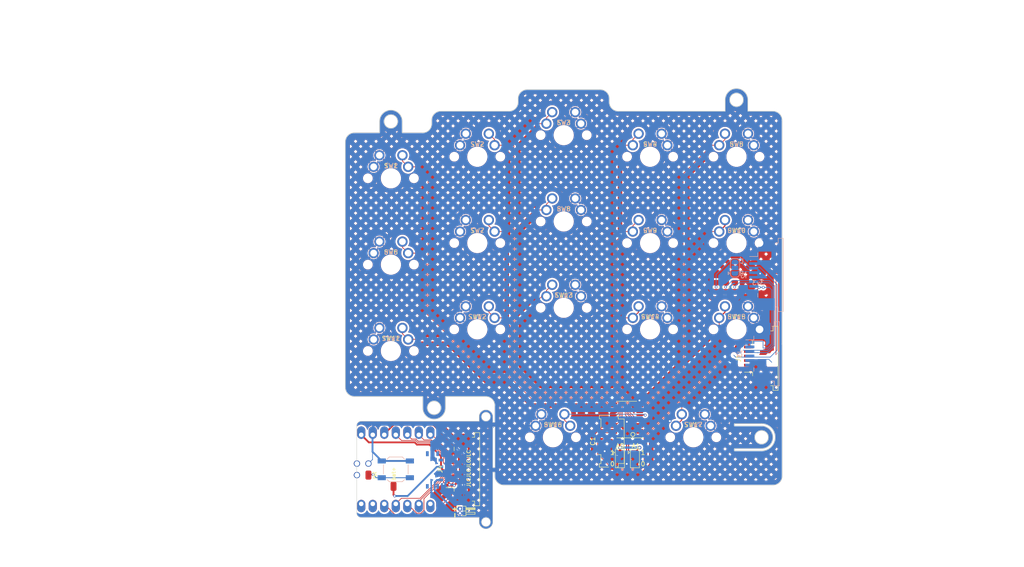
<source format=kicad_pcb>
(kicad_pcb (version 20221018) (generator pcbnew)
  (layers (0 "F.Cu" signal) (31 "B.Cu" signal) (34 "B.Paste" user) (35 "F.Paste" user) (36 "B.SilkS" user "B.Silkscreen") (37 "F.SilkS" user "F.Silkscreen") (38 "B.Mask" user) (39 "F.Mask" user) (44 "Edge.Cuts" user))
  (net 0 "")
  (net 1 "+3V3")
  (net 2 "GND")
  (net 3 "SDA")
  (net 4 "SCL")
  (net 5 "ADDR0")
  (net 6 "ADDR1")
  (net 7 "SW1")
  (net 8 "SW2")
  (net 9 "SW3")
  (net 10 "SW4")
  (net 11 "SW5")
  (net 12 "SW6")
  (net 13 "SW7")
  (net 14 "SW8")
  (net 15 "SW9")
  (net 16 "SW10")
  (net 17 "SW11")
  (net 18 "SW12")
  (net 19 "SW13")
  (net 20 "SW14")
  (net 21 "SW15")
  (net 22 "SW16")
  (net 23 "BAT+")
  (net 24 "+5V")
  (net 25 "SW17_L")
  (net 27 "RGB")
  (net 30 "/key_matrix/SW17")
  (net 31 "MOSI")
  (net 32 "GPIO_AD")
  (net 33 "RESET")
  (net 34 "MCU_BAT+")
  (net 35 "IO_INT")
  (net 36 "MISO")
  (net 37 "SCLK")
  (net 41 "SW17_R")
  (net 42 "SPI_CS")
  (footprint "Resistor_SMD:R_0805_2012Metric_Pad1.20x1.40mm_HandSolder" (layer "F.Cu") (at 190.12 91.42 -90)
    (fp_text reference "R2" hide)
    (fp_text value "4K7")
  )
  (footprint "keyswitches:SW_MX_reversible" (layer "F.Cu") (at 152.0088 124.5275)
    (fp_text reference "SW16")
    (fp_text value "SW_SPST")
  )
  (footprint "keyswitches:SW_MX_reversible" (layer "F.Cu") (at 192.49 100.715)
    (fp_text reference "SW15")
    (fp_text value "SW_SPST")
  )
  (footprint "keyswitches:SW_MX_reversible" (layer "F.Cu") (at 116.29 67.3775)
    (fp_text reference "SW1")
    (fp_text value "SW_SPST")
  )
  (footprint "Jumper:SolderJumper-3_P1.3mm_Open_Pad1.0x1.5mm" (layer "F.Cu") (at 166.79 129.2 -90)
    (fp_text reference "JP1" hide)
    (fp_text value "Jumper_3_Open")
  )
  (footprint "keyswitches:SW_MX_reversible" (layer "F.Cu") (at 135.34 81.665)
    (fp_text reference "SW7")
    (fp_text value "SW_SPST")
  )
  (footprint "Package_SO:TSSOP-24_4.4x7.8mm_P0.65mm" (layer "F.Cu") (at 168.29 120.615 180)
    (fp_text reference "U1" hide)
    (fp_text value "TCA9555PWR")
  )
  (footprint "Resistor_SMD:R_0805_2012Metric_Pad1.20x1.40mm_HandSolder" (layer "F.Cu") (at 188.01 91.41 -90)
    (fp_text reference "R3" hide)
    (fp_text value "10K")
  )
  (footprint "keyswitches:SW_MX_reversible" (layer "F.Cu") (at 173.44 62.615)
    (fp_text reference "SW4")
    (fp_text value "SW_SPST")
  )
  (footprint "keyswitches:SW_MX_reversible" (layer "F.Cu") (at 135.34 100.715)
    (fp_text reference "SW12")
    (fp_text value "SW_SPST")
  )
  (footprint "Connector_FFC-FPC:TE_84952-6_1x06-1MP_P1.0mm_Horizontal" (layer "F.Cu") (at 196.95 107.1 90)
    (fp_text reference "J1")
    (fp_text value "Conn_01x06")
  )
  (footprint "mcu:xiao-ble-tht-bodge" (layer "F.Cu") (at 117.367369 131.600635 90)
    (fp_text reference "U2" hide)
    (fp_text value "xiao-ble" hide)
  )
  (footprint "keyswitches:SW_MX_reversible" (layer "F.Cu") (at 154.39 76.9025)
    (fp_text reference "SW8")
    (fp_text value "SW_SPST")
  )
  (footprint "Connector_FFC-FPC:TE_84952-8_1x08-1MP_P1.0mm_Horizontal" (layer "F.Cu") (at 131.137369 131.570634 90)
    (fp_text reference "J4")
    (fp_text value "Conn_01x08")
  )
  (footprint "Jumper:SolderJumper-3_P1.3mm_Open_Pad1.0x1.5mm" (layer "F.Cu") (at 170.09 129.2 -90)
    (fp_text reference "JP2" hide)
    (fp_text value "Jumper_3_Open")
  )
  (footprint "Connector_FFC-FPC:Molex_200528-0060_1x06-1MP_P1.00mm_Horizontal" (layer "F.Cu") (at 163.42 125.4 90)
    (fp_text reference "C1")
    (fp_text value "0.1u")
  )
  (footprint "Resistor_SMD:R_0805_2012Metric_Pad1.20x1.40mm_HandSolder" (layer "F.Cu") (at 192.11 91.41 -90)
    (fp_text reference "R1" hide)
    (fp_text value "4K7")
  )
  (footprint "keyswitches:SW_MX_reversible" (layer "F.Cu") (at 154.39 57.8525)
    (fp_text reference "SW3")
    (fp_text value "SW_SPST")
  )
  (footprint "keyswitches:SW_MX_reversible" (layer "F.Cu") (at 116.29 105.4775)
    (fp_text reference "SW11")
    (fp_text value "SW_SPST")
  )
  (footprint "keyswitches:SW_MX_reversible" (layer "F.Cu") (at 116.29 86.4275)
    (fp_text reference "SW6")
    (fp_text value "SW_SPST")
  )
  (footprint "keyswitches:SW_MX_reversible" (layer "F.Cu") (at 173.44 81.665)
    (fp_text reference "SW9")
    (fp_text value "SW_SPST")
  )
  (footprint "keyswitches:SW_MX_reversible" (layer "F.Cu") (at 173.44 100.715)
    (fp_text reference "SW14")
    (fp_text value "SW_SPST")
  )
  (footprint "Connector_PinHeader_1.00mm:PinHeader_1x02_P1.00mm_Horizontal" (layer "F.Cu") (at 131.523797 140.291635)
    (fp_text reference "J5" hide)
    (fp_text value "Conn_01x02")
  )
  (footprint "keyswitches:SW_MX_reversible" (layer "F.Cu") (at 182.965 124.5275)
    (fp_text reference "SW17")
    (fp_text value "SW_SPST")
  )
  (footprint "keyswitches:SW_MX_reversible" (layer "F.Cu") (at 135.34 62.615)
    (fp_text reference "SW2")
    (fp_text value "SW_SPST")
  )
  (footprint "keyswitches:SW_MX_reversible" (layer "F.Cu") (at 154.39 95.9525)
    (fp_text reference "SW13")
    (fp_text value "SW_SPST")
  )
  (footprint "keyswitches:SW_MX_reversible" (layer "F.Cu") (at 192.49 62.615)
    (fp_text reference "SW5")
    (fp_text value "SW_SPST")
  )
  (footprint "keyswitches:SW_MX_reversible" (layer "F.Cu") (at 192.49 81.665)
    (fp_text reference "SW10")
    (fp_text value "SW_SPST")
  )
  (footprint "Button_Switch_SMD:SW_SPST_SKQG_WithStem" (layer "B.Cu") (at 117.367369 131.600635)
    (fp_text reference "SW18" hide)
    (fp_text value "SW_Push")
  )
  (footprint "Connector_FFC-FPC:TE_84952-6_1x06-1MP_P1.0mm_Horizontal" (layer "B.Cu") (at 197.221 106.083573 -90)
    (fp_text reference "J3")
    (fp_text value "Conn_01x06")
  )
  (footprint "Connector_FFC-FPC:TE_84952-8_1x08-1MP_P1.0mm_Horizontal" (layer "B.Cu") (at 198.08726 88.700161 -90)
    (fp_text reference "J2")
    (fp_text value "Conn_01x08")
  )
  (footprint "switch:switch-MSK-12C02-smd" (layer "B.Cu") (at 124.113797 131.751634)
    (fp_text reference "SW19")
    (fp_text value "SW_SPDT")
  )
  (footprint "Jumper:SolderJumper-3_P1.3mm_Open_RoundedPad1.0x1.5mm" (layer "B.Cu") (at 192.141 87.133573 90)
    (fp_text reference "JP3" hide)
    (fp_text value "SolderJumper_3_Open")
  )
  (gr_circle (center 169.642787 123.9) (end 170.042787 124.1) (stroke (width 0.15)) (fill none) (layer "F.SilkS"))
  (gr_arc (start 202.565 133.0775) (mid 201.979214 134.491714) (end 200.565 135.0775) (stroke (width 0.15)) (layer "Edge.Cuts"))
  (gr_line (start 138.747369 119.980635) (end 138.747369 121.220635) (stroke (width 0.1)) (layer "Edge.Cuts"))
  (gr_line (start 113.79 54.8275) (end 113.79 57.3275) (stroke (width 0.15)) (layer "Edge.Cuts"))
  (gr_line (start 135.747369 142.220634) (end 135.747369 143.220635) (stroke (width 0.1)) (layer "Edge.Cuts"))
  (gr_line (start 138.747369 121.220635) (end 139.19625 121.220635) (stroke (width 0.1)) (layer "Edge.Cuts"))
  (gr_line (start 135.747369 120.980635) (end 135.747369 119.980635) (stroke (width 0.1)) (layer "Edge.Cuts"))
  (gr_arc (start 198.015 121.5275) (mid 201.015 124.5275) (end 198.015 127.5275) (stroke (width 0.15)) (layer "Edge.Cuts"))
  (gr_arc (start 137.19625 115.5275) (mid 138.610464 116.113286) (end 139.19625 117.5275) (stroke (width 0.15)) (layer "Edge.Cuts"))
  (gr_arc (start 198.015 122.0275) (mid 200.515 124.5275) (end 198.015 127.0275) (stroke (width 0.15)) (layer "Edge.Cuts"))
  (gr_line (start 164.44 49.8025) (end 164.44 50.565) (stroke (width 0.15)) (layer "Edge.Cuts"))
  (gr_line (start 198.015 122.0275) (end 192.015 122.0275) (stroke (width 0.15)) (layer "Edge.Cuts"))
  (gr_line (start 108.24 115.5275) (end 123.315 115.5275) (stroke (width 0.15)) (layer "Edge.Cuts"))
  (gr_arc (start 113.79 54.8275) (mid 116.29 52.3275) (end 118.79 54.8275) (stroke (width 0.15)) (layer "Edge.Cuts"))
  (gr_line (start 194.99 52.565) (end 200.54 52.565) (stroke (width 0.15)) (layer "Edge.Cuts"))
  (gr_arc (start 162.44 47.8025) (mid 163.854214 48.388286) (end 164.44 49.8025) (stroke (width 0.15)) (layer "Edge.Cuts"))
  (gr_line (start 192.015 127.0275) (end 198.015 127.0275) (stroke (width 0.15)) (layer "Edge.Cuts"))
  (gr_line (start 118.79 57.3275) (end 123.29 57.3275) (stroke (width 0.15)) (layer "Edge.Cuts"))
  (gr_line (start 128.315 118.0275) (end 128.315 115.5275) (stroke (width 0.15)) (layer "Edge.Cuts"))
  (gr_arc (start 108.747369 121.980635) (mid 109.040262 121.273528) (end 109.747369 120.980635) (stroke (width 0.1)) (layer "Edge.Cuts"))
  (gr_line (start 202.54 103.9775) (end 202.54 54.565) (stroke (width 0.15)) (layer "Edge.Cuts"))
  (gr_line (start 189.99 50.065) (end 189.99 52.565) (stroke (width 0.15)) (layer "Edge.Cuts"))
  (gr_line (start 202.54 103.9775) (end 202.565 103.9775) (stroke (width 0.15)) (layer "Edge.Cuts"))
  (gr_arc (start 189.99 50.065) (mid 192.49 47.565) (end 194.99 50.065) (stroke (width 0.15)) (layer "Edge.Cuts"))
  (gr_line (start 128.315 115.5275) (end 137.19625 115.5275) (stroke (width 0.15)) (layer "Edge.Cuts"))
  (gr_line (start 192.015 121.5275) (end 192.015 122.0275) (stroke (width 0.15)) (layer "Edge.Cuts"))
  (gr_circle (center 116.29 54.8275) (end 117.79 54.8275) (stroke (width 0.15)) (fill none) (layer "Edge.Cuts"))
  (gr_line (start 198.015 121.5275) (end 192.015 121.5275) (stroke (width 0.15)) (layer "Edge.Cuts"))
  (gr_line (start 138.747369 143.220635) (end 138.747369 132.220635) (stroke (width 0.1)) (layer "Edge.Cuts"))
  (gr_line (start 109.747369 142.220634) (end 135.747369 142.220634) (stroke (width 0.1)) (layer "Edge.Cuts"))
  (gr_arc (start 135.747369 119.980635) (mid 137.247369 118.480635) (end 138.747369 119.980635) (stroke (width 0.1)) (layer "Edge.Cuts"))
  (gr_line (start 202.565 133.0775) (end 202.565 103.9775) (stroke (width 0.15)) (layer "Edge.Cuts"))
  (gr_line (start 138.74625 132.220635) (end 139.19625 132.220635) (stroke (width 0.1)) (layer "Edge.Cuts"))
  (gr_circle (center 137.247369 143.220635) (end 138.247369 143.220635) (stroke (width 0.1)) (fill none) (layer "Edge.Cuts"))
  (gr_line (start 127.29 52.565) (end 142.34 52.565) (stroke (width 0.15)) (layer "Edge.Cuts"))
  (gr_arc (start 128.315 118.0275) (mid 125.815 120.5275) (end 123.315 118.0275) (stroke (width 0.15)) (layer "Edge.Cuts"))
  (gr_arc (start 109.747369 142.220634) (mid 109.040262 141.927741) (end 108.747369 141.220634) (stroke (width 0.1)) (layer "Edge.Cuts"))
  (gr_circle (center 125.815 118.0275) (end 127.315 118.0275) (stroke (width 0.15)) (fill none) (layer "Edge.Cuts"))
  (gr_line (start 192.015 127.5275) (end 198.015 127.5275) (stroke (width 0.15)) (layer "Edge.Cuts"))
  (gr_line (start 166.44 52.565) (end 189.99 52.565) (stroke (width 0.15)) (layer "Edge.Cuts"))
  (gr_arc (start 125.29 54.565) (mid 125.875786 53.150786) (end 127.29 52.565) (stroke (width 0.15)) (layer "Edge.Cuts"))
  (gr_line (start 125.29 55.3275) (end 125.29 54.565) (stroke (width 0.15)) (layer "Edge.Cuts"))
  (gr_rect (start 138.747369 122.220635) (end 139.247369 131.220635) (stroke (width 0.1)) (fill none) (layer "Edge.Cuts"))
  (gr_arc (start 141.19625 135.0775) (mid 139.782036 134.491714) (end 139.19625 133.0775) (stroke (width 0.15)) (layer "Edge.Cuts"))
  (gr_line (start 194.99 52.565) (end 194.99 50.065) (stroke (width 0.15)) (layer "Edge.Cuts"))
  (gr_line (start 108.24 57.3275) (end 113.79 57.3275) (stroke (width 0.15)) (layer "Edge.Cuts"))
  (gr_arc (start 166.44 52.565) (mid 165.025786 51.979214) (end 164.44 50.565) (stroke (width 0.15)) (layer "Edge.Cuts"))
  (gr_line (start 109.747369 120.980635) (end 135.747369 120.980635) (stroke (width 0.1)) (layer "Edge.Cuts"))
  (gr_circle (center 192.49 50.065) (end 193.99 50.065) (stroke (width 0.15)) (fill none) (layer "Edge.Cuts"))
  (gr_line (start 146.34 47.8025) (end 162.44 47.8025) (stroke (width 0.15)) (layer "Edge.Cuts"))
  (gr_line (start 139.19625 133.0775) (end 139.19625 132.220635) (stroke (width 0.15)) (layer "Edge.Cuts"))
  (gr_line (start 108.747369 141.220634) (end 108.747369 121.980635) (stroke (width 0.1)) (layer "Edge.Cuts"))
  (gr_line (start 141.19625 135.0775) (end 200.565 135.0775) (stroke (width 0.15)) (layer "Edge.Cuts"))
  (gr_arc (start 106.24 59.3275) (mid 106.825786 57.913286) (end 108.24 57.3275) (stroke (width 0.15)) (layer "Edge.Cuts"))
  (gr_circle (center 137.247369 119.980635) (end 138.247369 119.980635) (stroke (width 0.1)) (fill none) (layer "Edge.Cuts"))
  (gr_line (start 192.015 127.0275) (end 192.015 127.5275) (stroke (width 0.15)) (layer "Edge.Cuts"))
  (gr_line (start 123.315 115.5275) (end 123.315 118.0275) (stroke (width 0.15)) (layer "Edge.Cuts"))
  (gr_line (start 118.79 57.3275) (end 118.79 54.8275) (stroke (width 0.15)) (layer "Edge.Cuts"))
  (gr_arc (start 138.747369 143.220635) (mid 137.247369 144.720635) (end 135.747369 143.220635) (stroke (width 0.1)) (layer "Edge.Cuts"))
  (gr_line (start 144.34 50.565) (end 144.34 49.8025) (stroke (width 0.15)) (layer "Edge.Cuts"))
  (gr_arc (start 125.29 55.3275) (mid 124.704214 56.741714) (end 123.29 57.3275) (stroke (width 0.15)) (layer "Edge.Cuts"))
  (gr_arc (start 200.54 52.565) (mid 201.954214 53.150786) (end 202.54 54.565) (stroke (width 0.15)) (layer "Edge.Cuts"))
  (gr_arc (start 144.34 49.8025) (mid 144.925786 48.388286) (end 146.34 47.8025) (stroke (width 0.15)) (layer "Edge.Cuts"))
  (gr_circle (center 198.015 124.5275) (end 199.515 124.5275) (stroke (width 0.15)) (fill none) (layer "Edge.Cuts"))
  (gr_arc (start 144.34 50.565) (mid 143.754214 51.979214) (end 142.34 52.565) (stroke (width 0.15)) (layer "Edge.Cuts"))
  (gr_line (start 139.19625 121.220635) (end 139.19625 117.5275) (stroke (width 0.1)) (layer "Edge.Cuts"))
  (gr_arc (start 108.24 115.5275) (mid 106.825786 114.941714) (end 106.24 113.5275) (stroke (width 0.15)) (layer "Edge.Cuts"))
  (gr_line (start 106.24 113.5275) (end 106.24 59.3275) (stroke (width 0.15)) (layer "Edge.Cuts"))
  (gr_text "R" (at 194.211 88.943572) (layer "B.SilkS") (effects (font (size 1 1)) (justify left bottom mirror)))
  (gr_text "L" (at 194.211 86.243572) (layer "B.SilkS") (effects (font (size 1 1)) (justify left bottom mirror)))
  (gr_text "3v3" (at 198.711 91.043572) (layer "B.SilkS") (effects (font (size 1 1)) (justify left bottom mirror)))
  (gr_text "+" (at 130.883796 139.611635 90) (layer "F.SilkS") (effects (font (size 1 1) (thickness 0.25) bold) (justify left bottom mirror)))
  (gr_text "1" (at 164.553509 128.505022) (layer "F.SilkS") (effects (font (size 1 1)) (justify left bottom)))
  (gr_text "JLCJLCJLCJLC" (at 133.911 135.643572 90) (layer "F.SilkS") (effects (font (size 0.8 0.8)) (justify left bottom)))
  (gr_text "1" (at 171.29 128.5) (layer "F.SilkS") (effects (font (size 1 1)) (justify left bottom)))
  (gr_text "-" (at 130.903796 140.961635 90) (layer "F.SilkS") (effects (font (size 1 1) (thickness 0.25) bold) (justify left bottom mirror)))
  (gr_text "A0" (at 165.79 127) (layer "F.SilkS") (effects (font (size 1 1)) (justify left bottom)))
  (gr_text "0" (at 171.29 131) (layer "F.SilkS") (effects (font (size 1 1)) (justify left bottom)))
  (gr_text "0" (at 164.553509 131.005022) (layer "F.SilkS") (effects (font (size 1 1)) (justify left bottom)))
  (gr_text "A1" (at 169.29 127) (layer "F.SilkS") (effects (font (size 1 1)) (justify left bottom)))
  (segment (start 114.827369 123.802868) (end 116.849602 121.780635) (width 0.4) (layer "F.Cu") (net 1))
  (segment (start 196.528348 92.41) (end 197.491926 91.446422) (width 0.15) (layer "F.Cu") (net 1))
  (segment (start 189.418827 106.940499) (end 179.526497 116.832829) (width 0.15) (layer "F.Cu") (net 1))
  (segment (start 166.82 127.87) (end 166.82 126.8) (width 0.5) (layer "F.Cu") (net 1))
  (segment (start 192.11 92.41) (end 196.528348 92.41) (width 0.15) (layer "F.Cu") (net 1))
  (segment (start 165.471 124.392) (end 165.4275 124.3485) (width 0.25) (layer "F.Cu") (net 1))
  (segment (start 171.12 126.8) (end 170.09 127.83) (width 0.25) (layer "F.Cu") (net 1))
  (segment (start 130.473369 131.025929) (end 130.687369 131.239929) (width 0.4) (layer "F.Cu") (net 1))
  (segment (start 172.116498 124.246386) (end 172.116498 130.066386) (width 0.15) (layer "F.Cu") (net 1))
  (segment (start 116.849602 121.780635) (end 125.63737 121.780635) (width 0.4) (layer "F.Cu") (net 1))
  (segment (start 172.116498 130.066386) (end 170.811886 131.370998) (width 0.15) (layer "F.Cu") (net 1))
  (segment (start 162.47 127.970032) (end 162.47 125.3125) (width 0.15) (layer "F.Cu") (net 1))
  (segment (start 130.473369 126.616634) (end 130.473369 131.025929) (width 0.4) (layer "F.Cu") (net 1))
  (segment (start 130.687369 134.7286) (end 130.255335 135.160634) (width 0.4) (layer "F.Cu") (net 1))
  (segment (start 165.870966 131.370998) (end 162.47 127.970032) (width 0.15) (layer "F.Cu") (net 1))
  (segment (start 179.526497 116.836387) (end 172.116498 124.246386) (width 0.15) (layer "F.Cu") (net 1))
  (segment (start 163.4205 124.362) (end 165.255 124.362) (width 0.25) (layer "F.Cu") (net 1))
  (segment (start 166.82 125.741) (end 165.471 124.392) (width 0.5) (layer "F.Cu") (net 1))
  (segment (start 166.82 126.8) (end 166.82 125.741) (width 0.5) (layer "F.Cu") (net 1))
  (segment (start 129.206334 134.769599) (end 129.206334 135.005398) (width 0.4) (layer "F.Cu") (net 1))
  (segment (start 165.255 124.362) (end 165.414 124.362) (width 0.25) (layer "F.Cu") (net 1))
  (segment (start 128.907369 134.470635) (end 129.206334 134.769599) (width 0.4) (layer "F.Cu") (net 1))
  (segment (start 165.414 124.362) (end 165.4275 124.3485) (width 0.25) (layer "F.Cu") (net 1))
  (segment (start 165.4275 124.3485) (end 165.4275 124.19) (width 0.25) (layer "F.Cu") (net 1))
  (segment (start 170.811886 131.370998) (end 165.870966 131.370998) (width 0.15) (layer "F.Cu") (net 1))
  (segment (start 130.687369 131.239929) (end 130.687369 134.7286) (width 0.4) (layer "F.Cu") (net 1))
  (segment (start 162.47 125.3125) (end 163.42 124.3625) (width 0.15) (layer "F.Cu") (net 1))
  (segment (start 179.526497 116.832829) (end 179.526497 116.836387) (width 0.15) (layer "F.Cu") (net 1))
  (segment (start 188.01 92.41) (end 192.11 92.41) (width 0.15) (layer "F.Cu") (net 1))
  (segment (start 125.63737 121.780635) (end 130.473369 126.616634) (width 0.4) (layer "F.Cu") (net 1))
  (via (at 171.12 126.8) (size 0.8) (drill 0.4) (layers "F.Cu" "B.Cu") (net 1))
  (via (at 130.255335 135.160634) (size 0.6) (drill 0.35) (layers "F.Cu" "B.Cu") (net 1))
  (via (at 198.4 91.450161) (size 0.6) (drill 0.35) (layers "F.Cu" "B.Cu") (net 1))
  (via (at 197.491926 91.446422) (size 0.6) (drill 0.35) (layers "F.Cu" "B.Cu") (net 1))
  (via (at 166.82 126.8) (size 0.8) (drill 0.4) (layers "F.Cu" "B.Cu") (net 1))
  (via (at 129.206334 135.005398) (size 0.6) (drill 0.35) (layers "F.Cu" "B.Cu") (net 1))
  (segment (start 198.346 104.833573) (end 199.356427 104.833573) (width 0.15) (layer "B.Cu") (net 1))
  (segment (start 195.596 103.358573) (end 198.346 103.358573) (width 0.15) (layer "B.Cu") (net 1))
  (segment (start 198.396261 91.446422) (end 198.4 91.450161) (width 0.15) (layer "B.Cu") (net 1))
  (segment (start 194.669 104.833573) (end 195.596 104.833573) (width 0.15) (layer "B.Cu") (net 1))
  (segment (start 130.100099 135.005398) (end 130.255335 135.160634) (width 0.4) (layer "B.Cu") (net 1))
  (segment (start 195.596 104.833573) (end 195.596 103.358573) (width 0.15) (layer "B.Cu") (net 1))
  (segment (start 199.356427 104.833573) (end 200.26 103.93) (width 0.15) (layer "B.Cu") (net 1))
  (segment (start 197.491926 91.446422) (end 198.396261 91.446422) (width 0.15) (layer "B.Cu") (net 1))
  (segment (start 198.346 103.358573) (end 198.346 104.833573) (width 0.15) (layer "B.Cu") (net 1))
  (segment (start 198.4 91.450161) (end 196.04926 91.450161) (width 0.15) (layer "B.Cu") (net 1))
  (segment (start 129.206334 135.005398) (end 130.100099 135.005398) (width 0.4) (layer "B.Cu") (net 1))
  (segment (start 199.710161 91.450161) (end 198.4 91.450161) (width 0.15) (layer "B.Cu") (net 1))
  (segment (start 171.12 126.8) (end 166.82 126.8) (width 0.5) (layer "B.Cu") (net 1))
  (segment (start 194.62 104.784573) (end 194.669 104.833573) (width 0.15) (layer "B.Cu") (net 1))
  (segment (start 200.26 92) (end 199.710161 91.450161) (width 0.15) (layer "B.Cu") (net 1))
  (segment (start 200.26 103.93) (end 200.26 92) (width 0.15) (layer "B.Cu") (net 1))
  (segment (start 171.152 122.89) (end 170.464 122.89) (width 0.25) (layer "F.Cu") (net 2))
  (segment (start 129.099369 133.820635) (end 128.324369 133.820635) (width 0.15) (layer "F.Cu") (net 2))
  (segment (start 166.79 130.5) (end 168.19 130.5) (width 0.25) (layer "F.Cu") (net 2))
  (segment (start 168.19 130.5) (end 168.29 130.4) (width 0.25) (layer "F.Cu") (net 2))
  (segment (start 129.94937 133.745635) (end 129.94937 131.525823) (width 0.15) (layer "F.Cu") (net 2))
  (segment (start 168.29 130.4) (end 169.99 130.4) (width 0.25) (layer "F.Cu") (net 2))
  (segment (start 129.87437 133.820635) (end 129.94937 133.745635) (width 0.15) (layer "F.Cu") (net 2))
  (segment (start 170.09 122.502) (end 168.698 121.111) (width 0.25) (layer "F.Cu") (net 2))
  (segment (start 168.698 121.111) (end 168.31 121.111) (width 0.25) (layer "F.Cu") (net 2))
  (segment (start 171.152 117.04) (end 171.152 116.462) (width 0.25) (layer "F.Cu") (net 2))
  (segment (start 171.152 116.462) (end 171.09 116.4) (width 0.25) (layer "F.Cu") (net 2))
  (segment (start 128.324369 133.820635) (end 127.897369 134.247634) (width 0.15) (layer "F.Cu") (net 2))
  (segment (start 129.099369 133.820635) (end 129.87437 133.820635) (width 0.15) (layer "F.Cu") (net 2))
  (segment (start 170.464 122.89) (end 170.09 122.516) (width 0.25) (layer "F.Cu") (net 2))
  (segment (start 170.09 122.516) (end 170.09 122.502) (width 0.25) (layer "F.Cu") (net 2))
  (segment (start 163.42 126.438) (end 163.42 127.6) (width 0.25) (layer "F.Cu") (net 2))
  (segment (start 129.744181 131.320635) (end 129.099369 131.320635) (width 0.15) (layer "F.Cu") (net 2))
  (segment (start 127.897369 134.247634) (end 127.89737 134.840635) (width 0.15) (layer "F.Cu") (net 2))
  (segment (start 129.94937 131.525823) (end 129.744181 131.320635) (width 0.15) (layer "F.Cu") (net 2))
  (via (at 127.89737 134.840635) (size 0.6) (drill 0.35) (layers "F.Cu" "B.Cu") (net 2))
  (via (at 177.771926 120.951926) (size 0.8) (drill 0.4) (layers "F.Cu" "B.Cu") (net 2))
  (via (at 171.09 116.4) (size 0.8) (drill 0.4) (layers "F.Cu" "B.Cu") (net 2))
  (via (at 163.42 127.6) (size 0.8) (drill 0.4) (layers "F.Cu" "B.Cu") (net 2))
  (via (at 168.31 121.111) (size 0.8) (drill 0.4) (layers "F.Cu" "B.Cu") (net 2))
  (via (at 168.29 130.4) (size 0.8) (drill 0.4) (layers "F.Cu" "B.Cu") (net 2))
  (segment (start 132.313796 128.720635) (end 139.046931 121.9875) (width 0.4) (layer "B.Cu") (net 2))
  (segment (start 114.26737 129.750635) (end 112.233796 127.717061) (width 0.4) (layer "B.Cu") (net 2))
  (segment (start 111.335369 130.330635) (end 112.233796 129.432208) (width 0.15) (layer "B.Cu") (net 2))
  (segment (start 131.523797 141.291635) (end 132.124837 141.291634) (width 0.4) (layer "B.Cu") (net 2))
  (segment (start 120.46737 129.750635) (end 114.26737 129.750635) (width 0.4) (layer "B.Cu") (net 2))
  (segment (start 132.124837 141.291634) (end 132.313796 141.102675) (width 0.4) (layer "B.Cu") (net 2))
  (segment (start 132.623797 140.792674) (end 132.623797 139.567062) (width 0.4) (layer "B.Cu") (net 2))
  (segment (start 125.763796 121.780635) (end 112.734796 121.780635) (width 0.4) (layer "B.Cu") (net 2))
  (segment (start 112.233796 127.717061) (end 112.233796 124.034207) (width 0.4) (layer "B.Cu") (net 2))
  (segment (start 132.313796 128.720635) (end 132.313796 128.330635) (width 0.4) (layer "B.Cu") (net 2))
  (segment (start 139.046931 121.9875) (end 148.1988 121.9875) (width 0.4) (layer "B.Cu") (net 2))
  (segment (start 132.124837 141.291634) (end 132.623797 140.792674) (width 0.4) (layer "B.Cu") (net 2))
  (segment (start 132.313796 141.102675) (end 132.313796 128.720635) (width 0.4) (layer "B.Cu") (net 2))
  (segment (start 112.28737 122.228062) (end 112.28737 123.980634) (width 0.4) (layer "B.Cu") (net 2))
  (segment (start 112.233796 129.432208) (end 112.233796 127.717061) (width 0.15) (layer "B.Cu") (net 2))
  (segment (start 132.623797 139.567062) (end 127.89737 134.840635) (width 0.4) (layer "B.Cu") (net 2))
  (segment (start 112.734796 121.780635) (end 112.28737 122.228062) (width 0.4) (layer "B.Cu") (net 2))
  (segment (start 132.313796 128.330635) (end 125.763796 121.780635) (width 0.4) (layer "B.Cu") (net 2))
  (segment (start 170.935943 131.670499) (end 172.415999 130.190443) (width 0.15) (layer "F.Cu") (net 3))
  (segment (start 129.099369 133.320635) (end 128.32437 133.320634) (width 0.15) (layer "F.Cu") (net 3))
  (segment (start 162.758249 123.54) (end 162.170499 124.12775) (width 0.15) (layer "F.Cu") (net 3))
  (segment (start 165.746909 131.670499) (end 170.935943 131.670499) (width 0.15) (layer "F.Cu") (net 3))
  (segment (start 165.4275 123.54) (end 162.758249 123.54) (width 0.15) (layer "F.Cu") (net 3))
  (segment (start 162.170499 128.094089) (end 165.746909 131.670499) (width 0.15) (layer "F.Cu") (net 3))
  (segment (start 123.57237 138.072635) (end 123.57237 140.636625) (width 0.15) (layer "F.Cu") (net 3))
  (segment (start 192.1 91.3605) (end 192.1 90.42) (width 0.15) (layer "F.Cu") (net 3))
  (segment (start 179.825998 116.956886) (end 189.542884 107.24) (width 0.15) (layer "F.Cu") (net 3))
  (segment (start 172.415999 130.190443) (end 172.415999 124.370443) (width 0.15) (layer "F.Cu") (net 3))
  (segment (start 121.981379 141.295634) (end 119.907369 139.221624) (width 0.15) (layer "F.Cu") (net 3))
  (segment (start 179.825998 116.960444) (end 179.825998 116.956886) (width 0.15) (layer "F.Cu") (net 3))
  (segment (start 172.415999 124.370443) (end 179.825998 116.960444) (width 0.15) (layer "F.Cu") (net 3))
  (segment (start 192.1 90.42) (end 192.11 90.41) (width 0.15) (layer "F.Cu") (net 3))
  (segment (start 122.91336 141.295635) (end 121.981379 141.295634) (width 0.15) (layer "F.Cu") (net 3))
  (segment (start 123.57237 140.636625) (end 122.91336 141.295635) (width 0.15) (layer "F.Cu") (net 3))
  (segment (start 128.32437 133.320634) (end 123.57237 138.072635) (width 0.15) (layer "F.Cu") (net 3))
  (segment (start 162.170499 124.12775) (end 162.170499 128.094089) (width 0.15) (layer "F.Cu") (net 3))
  (via (at 192.1 91.3605) (size 0.6) (drill 0.35) (layers "F.Cu" "B.Cu") (net 3))
  (segment (start 193.010339 90.450161) (end 192.1 91.3605) (width 0.15) (layer "B.Cu") (net 3))
  (segment (start 194.059 105.333573) (end 194.0345 105.309073) (width 0.15) (layer "B.Cu") (net 3))
  (segment (start 197.221 105.333573) (end 194.059 105.333573) (width 0.15) (layer "B.Cu") (net 3))
  (segment (start 199.371 105.333573) (end 200.559501 104.145072) (width 0.15) (layer "B.Cu") (net 3))
  (segment (start 199.709662 90.450161) (end 196.04926 90.450161) (width 0.15) (layer "B.Cu") (net 3))
  (segment (start 196.04926 90.450161) (end 193.010339 90.450161) (width 0.15) (layer "B.Cu") (net 3))
  (segment (start 200.559501 91.3) (end 200.559501 91.5) (width 0.15) (layer "B.Cu") (net 3))
  (segment (start 200.559501 104.145072) (end 200.559501 91.3) (width 0.15) (layer "B.Cu") (net 3))
  (segment (start 200.559501 91.3) (end 199.709662 90.450161) (width 0.15) (layer "B.Cu") (net 3))
  (segment (start 197.221 105.333573) (end 199.371 105.333573) (width 0.15) (layer "B.Cu") (net 3))
  (segment (start 180.125499 117.080943) (end 189.655943 107.550499) (width 0.15) (layer "F.Cu") (net 4))
  (segment (start 161.870998 128.218146) (end 165.622852 131.97) (width 0.15) (layer "F.Cu") (net 4))
  (segment (start 129.099369 132.820634) (end 128.324369 132.820634) (width 0.15) (layer "F.Cu") (net 4))
  (segment (start 165.622852 131.97) (end 171.06 131.97) (width 0.15) (layer "F.Cu") (net 4))
  (segment (start 190.1 91.3705) (end 190.1 90.44) (width 0.15) (layer "F.Cu") (net 4))
  (segment (start 162.984691 122.89) (end 161.870998 124.003693) (width 0.15) (layer "F.Cu") (net 4))
  (segment (start 161.870998 124.003693) (end 161.870998 128.218146) (width 0.15) (layer "F.Cu") (net 4))
  (segment (start 180.125499 117.084501) (end 180.125499 117.080943) (width 0.15) (layer "F.Cu") (net 4))
  (segment (start 165.4275 122.89) (end 162.984691 122.89) (width 0.15) (layer "F.Cu") (net 4))
  (segment (start 172.7155 124.4945) (end 180.125499 117.084501) (width 0.15) (layer "F.Cu") (net 4))
  (segment (start 172.7155 130.3145) (end 172.7155 124.4945) (width 0.15) (layer "F.Cu") (net 4))
  (segment (start 128.324369 132.820634) (end 122.447369 138.697634) (width 0.15) (layer "F.Cu") (net 4))
  (segment (start 190.1 90.44) (end 190.12 90.42) (width 0.15) (layer "F.Cu") (net 4))
  (segment (start 171.06 131.97) (end 172.7155 130.3145) (width 0.15) (layer "F.Cu") (net 4))
  (via (at 190.1 91.3705) (size 0.6) (drill 0.35) (layers "F.Cu" "B.Cu") (net 4))
  (segment (start 200.859002 104.345571) (end 200.859002 91.091886) (width 0.15) (layer "B.Cu") (net 4))
  (segment (start 200.859002 91.091886) (end 199.717277 89.950161) (width 0.15) (layer "B.Cu") (net 4))
  (segment (start 197.1 105.833573) (end 199.371 105.833573) (width 0.15) (layer "B.Cu") (net 4))
  (segment (start 196.04926 89.950161) (end 191.520339 89.950161) (width 0.15) (layer "B.Cu") (net 4))
  (segment (start 199.717277 89.950161) (end 196.04926 89.950161) (width 0.15) (layer "B.Cu") (net 4))
  (segment (start 197.221 105.833573) (end 194.649803 105.833573) (width 0.15) (layer "B.Cu") (net 4))
  (segment (start 199.371 105.833573) (end 200.859002 104.345571) (width 0.15) (layer "B.Cu") (net 4))
  (segment (start 191.520339 89.950161) (end 190.1 91.3705) (width 0.15) (layer "B.Cu") (net 4))
  (segment (start 194.649803 105.833573) (end 194.625303 105.858073) (width 0.15) (layer "B.Cu") (net 4))
  (segment (start 167.79 129.2) (end 168.25 128.74) (width 0.25) (layer "F.Cu") (net 5))
  (segment (start 168.25 125.03) (end 166.82 123.6) (width 0.25) (layer "F.Cu") (net 5))
  (segment (start 166.82 122.944) (end 166.116 122.24) (width 0.25) (layer "F.Cu") (net 5))
  (segment (start 166.79 129.2) (end 167.79 129.2) (width 0.25) (layer "F.Cu") (net 5))
  (segment (start 166.116 122.24) (end 165.428 122.24) (width 0.25) (layer "F.Cu") (net 5))
  (segment (start 168.25 128.74) (end 168.25 125.03) (width 0.25) (layer "F.Cu") (net 5))
  (segment (start 166.82 123.6) (end 166.82 122.944) (width 0.25) (layer "F.Cu") (net 5))
  (segment (start 168.7 125.02) (end 170.18 123.54) (width 0.25) (layer "F.Cu") (net 6))
  (segment (start 169.09 129.2) (end 168.7 128.81) (width 0.25) (layer "F.Cu") (net 6))
  (segment (start 170.18 123.54) (end 171.152 123.54) (width 0.25) (layer "F.Cu") (net 6))
  (segment (start 168.7 128.81) (end 168.7 125.02) (width 0.25) (layer "F.Cu") (net 6))
  (segment (start 170.09 129.2) (end 169.09 129.2) (width 0.25) (layer "F.Cu") (net 6))
  (segment (start 124.49 67.611054) (end 121.716446 64.8375) (width 0.15) (layer "F.Cu") (net 7))
  (segment (start 148.058114 115.960998) (end 142.928114 110.830998) (width 0.15) (layer "F.Cu") (net 7))
  (segment (start 118.83 63.5675) (end 118.83 62.2975) (width 0.15) (layer "F.Cu") (net 7))
  (segment (start 142.928114 110.830998) (end 138.150998 110.830998) (width 0.15) (layer "F.Cu") (net 7))
  (segment (start 162.657408 115.960998) (end 148.058114 115.960998) (width 0.15) (layer "F.Cu") (net 7))
  (segment (start 120.1 64.8375) (end 118.83 63.5675) (width 0.15) (layer "F.Cu") (net 7))
  (segment (start 121.716446 64.8375) (end 120.1 64.8375) (width 0.15) (layer "F.Cu") (net 7))
  (segment (start 124.49 97.17) (end 124.49 67.611054) (width 0.15) (layer "F.Cu") (net 7))
  (segment (start 138.150998 110.830998) (end 124.49 97.17) (width 0.15) (layer "F.Cu") (net 7))
  (segment (start 164.38641 117.69) (end 162.657408 115.960998) (width 0.15) (layer "F.Cu") (net 7))
  (segment (start 164.739 117.69) (end 164.38641 117.69) (width 0.15) (layer "F.Cu") (net 7))
  (segment (start 143.099002 109.671212) (end 148.490285 115.062495) (width 0.15) (layer "F.Cu") (net 8))
  (segment (start 143.099002 62.407556) (end 143.099002 109.671212) (width 0.15) (layer "F.Cu") (net 8))
  (segment (start 166.712994 116.475786) (end 166.712994 119.693006) (width 0.15) (layer "F.Cu") (net 8))
  (segment (start 139.15 58.805) (end 139.15 60.075) (width 0.15) (layer "F.Cu") (net 8))
  (segment (start 166.712994 119.693006) (end 166.116 120.29) (width 0.15) (layer "F.Cu") (net 8))
  (segment (start 137.88 57.535) (end 139.15 58.805) (width 0.15) (layer "F.Cu") (net 8))
  (segment (start 166.116 120.29) (end 165.428 120.29) (width 0.15) (layer "F.Cu") (net 8))
  (segment (start 139.15 60.075) (end 140.766446 60.075) (width 0.15) (layer "F.Cu") (net 8))
  (segment (start 140.766446 60.075) (end 143.099002 62.407556) (width 0.15) (layer "F.Cu") (net 8))
  (segment (start 148.490285 115.062495) (end 165.299703 115.062495) (width 0.15) (layer "F.Cu") (net 8))
  (segment (start 165.299703 115.062495) (end 166.712994 116.475786) (width 0.15) (layer "F.Cu") (net 8))
  (segment (start 148.614342 114.762994) (end 165.424466 114.762994) (width 0.15) (layer "F.Cu") (net 9))
  (segment (start 143.398503 109.547155) (end 148.614342 114.762994) (width 0.15) (layer "F.Cu") (net 9))
  (segment (start 167.012495 116.351023) (end 167.012495 120.043505) (width 0.15) (layer "F.Cu") (net 9))
  (segment (start 147.8575 55.3125) (end 143.398503 59.771497) (width 0.15) (layer "F.Cu") (net 9))
  (segment (start 150.58 54.0425) (end 150.58 55.3125) (width 0.15) (layer "F.Cu") (net 9))
  (segment (start 150.58 55.3125) (end 147.8575 55.3125) (width 0.15) (layer "F.Cu") (net 9))
  (segment (start 165.424466 114.762994) (end 167.012495 116.351023) (width 0.15) (layer "F.Cu") (net 9))
  (segment (start 167.012495 120.043505) (end 166.116 120.94) (width 0.15) (layer "F.Cu") (net 9))
  (segment (start 166.116 120.94) (end 165.428 120.94) (width 0.15) (layer "F.Cu") (net 9))
  (segment (start 143.398503 59.771497) (end 143.398503 109.547155) (width 0.15) (layer "F.Cu") (net 9))
  (segment (start 151.85 52.7725) (end 150.58 54.0425) (width 0.15) (layer "F.Cu") (net 9))
  (segment (start 169.63 60.075) (end 168.013554 60.075) (width 0.15) (layer "F.Cu") (net 10))
  (segment (start 168.319002 119.333266) (end 170.575736 121.59) (width 0.15) (layer "F.Cu") (net 10))
  (segment (start 168.013554 60.075) (end 165.829501 62.259053) (width 0.15) (layer "F.Cu") (net 10))
  (segment (start 165.829501 113.895943) (end 168.309501 116.375943) (width 0.15) (layer "F.Cu") (net 10))
  (segment (start 169.63 58.805) (end 169.63 60.075) (width 0.15) (layer "F.Cu") (net 10))
  (segment (start 170.9 57.535) (end 169.63 58.805) (width 0.15) (layer "F.Cu") (net 10))
  (segment (start 168.309501 118.335943) (end 168.319002 118.345444) (width 0.15) (layer "F.Cu") (net 10))
  (segment (start 168.309501 116.375943) (end 168.309501 118.335943) (width 0.15) (layer "F.Cu") (net 10))
  (segment (start 168.319002 118.345444) (end 168.319002 119.333266) (width 0.15) (layer "F.Cu") (net 10))
  (segment (start 165.829501 62.259053) (end 165.829501 113.895943) (width 0.15) (layer "F.Cu") (net 10))
  (segment (start 188.68 60.075) (end 187.051573 60.075) (width 0.15) (layer "F.Cu") (net 11))
  (segment (start 187.051573 60.075) (end 180.68 66.446573) (width 0.15) (layer "F.Cu") (net 11))
  (segment (start 188.68 60.075) (end 189.95 58.805) (width 0.15) (layer "F.Cu") (net 11))
  (segment (start 180.68 109.006422) (end 171.996422 117.69) (width 0.15) (layer "F.Cu") (net 11))
  (segment (start 180.68 66.446573) (end 180.68 109.006422) (width 0.15) (layer "F.Cu") (net 11))
  (segment (start 189.95 58.805) (end 189.95 57.535) (width 0.15) (layer "F.Cu") (net 11))
  (segment (start 171.996422 117.69) (end 171.1525 117.69) (width 0.15) (layer "F.Cu") (net 11))
  (segment (start 124.19 97.294264) (end 124.357868 97.462132) (width 0.15) (layer "F.Cu") (net 12))
  (segment (start 162.533351 116.260499) (end 147.934057 116.260499) (width 0.15) (layer "F.Cu") (net 12))
  (segment (start 120.1 83.8875) (end 118.83 82.6175) (width 0.15) (layer "F.Cu") (net 12))
  (segment (start 164.612852 118.34) (end 162.533351 116.260499) (width 0.15) (layer "F.Cu") (net 12))
  (segment (start 142.804057 111.130499) (end 138.026941 111.130499) (width 0.15) (layer "F.Cu") (net 12))
  (segment (start 121.716446 83.8875) (end 124.19 86.361054) (width 0.15) (layer "F.Cu") (net 12))
  (segment (start 118.83 82.6175) (end 118.83 81.3475) (width 0.15) (layer "F.Cu") (net 12))
  (segment (start 147.934057 116.260499) (end 142.804057 111.130499) (width 0.15) (layer "F.Cu") (net 12))
  (segment (start 120.1 83.8875) (end 121.716446 83.8875) (width 0.15) (layer "F.Cu") (net 12))
  (segment (start 124.19 86.361054) (end 124.19 97.294264) (width 0.15) (layer "F.Cu") (net 12))
  (segment (start 165.4275 118.34) (end 164.612852 118.34) (width 0.15) (layer "F.Cu") (net 12))
  (segment (start 138.026941 111.130499) (end 124.318574 97.422132) (width 0.15) (layer "F.Cu") (net 12))
  (segment (start 142.799501 81.158055) (end 142.799501 109.795269) (width 0.15) (layer "F.Cu") (net 13))
  (segment (start 164.15153 116.608004) (end 166.193098 116.608004) (width 0.15) (layer "F.Cu") (net 13))
  (segment (start 139.15 79.125) (end 140.766446 79.125) (width 0.15) (layer "F.Cu") (net 13))
  (segment (start 166.413493 119.342507) (end 166.116 119.64) (width 0.15) (layer "F.Cu") (net 13))
  (segment (start 166.193098 116.608004) (end 166.413493 116.828399) (width 0.15) (layer "F.Cu") (net 13))
  (segment (start 162.905522 115.361996) (end 164.15153 116.608004) (width 0.15) (layer "F.Cu") (net 13))
  (segment (start 139.15 79.125) (end 137.88 77.855) (width 0.15) (layer "F.Cu") (net 13))
  (segment (start 142.799501 109.795269) (end 148.366228 115.361996) (width 0.15) (layer "F.Cu") (net 13))
  (segment (start 140.766446 79.125) (end 142.799501 81.158055) (width 0.15) (layer "F.Cu") (net 13))
  (segment (start 137.88 77.855) (end 137.88 76.585) (width 0.15) (layer "F.Cu") (net 13))
  (segment (start 148.366228 115.361996) (end 162.905522 115.361996) (width 0.15) (layer "F.Cu") (net 13))
  (segment (start 166.413493 116.828399) (end 166.413493 119.342507) (width 0.15) (layer "F.Cu") (net 13))
  (segment (start 166.116 119.64) (end 165.428 119.64) (width 0.15) (layer "F.Cu") (net 13))
  (segment (start 148.738399 114.463493) (end 165.549229 114.463493) (width 0.15) (layer "F.Cu") (net 14))
  (segment (start 166.116 121.59) (end 165.428 121.59) (width 0.15) (layer "F.Cu") (net 14))
  (segment (start 167.311996 120.394004) (end 166.116 121.59) (width 0.15) (layer "F.Cu") (net 14))
  (segment (start 150.58 73.0925) (end 150.58 74.3625) (width 0.15) (layer "F.Cu") (net 14))
  (segment (start 150.58 74.3625) (end 147.9975 74.3625) (width 0.15) (layer "F.Cu") (net 14))
  (segment (start 147.9975 74.3625) (end 143.698399 78.661601) (width 0.15) (layer "F.Cu") (net 14))
  (segment (start 143.698399 78.661601) (end 143.698399 109.423493) (width 0.15) (layer "F.Cu") (net 14))
  (segment (start 167.311996 116.22626) (end 167.311996 120.394004) (width 0.15) (layer "F.Cu") (net 14))
  (segment (start 151.85 71.8225) (end 150.58 73.0925) (width 0.15) (layer "F.Cu") (net 14))
  (segment (start 143.698399 109.423493) (end 148.738399 114.463493) (width 0.15) (layer "F.Cu") (net 14))
  (segment (start 165.549229 114.463493) (end 167.311996 116.22626) (width 0.15) (layer "F.Cu") (net 14))
  (segment (start 168.609002 118.211886) (end 168.619002 118.221886) (width 0.15) (layer "F.Cu") (net 15))
  (segment (start 168.619002 119.209002) (end 170.35 120.94) (width 0.15) (layer "F.Cu") (net 15))
  (segment (start 166.130499 113.773383) (end 168.609002 116.251886) (width 0.15) (layer "F.Cu") (net 15))
  (segment (start 168.013554 79.125) (end 166.130499 81.008055) (width 0.15) (layer "F.Cu") (net 15))
  (segment (start 169.63 77.855) (end 169.63 79.125) (width 0.15) (layer "F.Cu") (net 15))
  (segment (start 166.130499 81.008055) (end 166.130499 113.773383) (width 0.15) (layer "F.Cu") (net 15))
  (segment (start 168.609002 116.251886) (end 168.609002 118.211886) (width 0.15) (layer "F.Cu") (net 15))
  (segment (start 170.9 76.585) (end 169.63 77.855) (width 0.15) (layer "F.Cu") (net 15))
  (segment (start 170.35 120.94) (end 171.1525 120.94) (width 0.15) (layer "F.Cu") (net 15))
  (segment (start 168.619002 118.221886) (end 168.619002 119.209002) (width 0.15) (layer "F.Cu") (net 15))
  (segment (start 169.63 79.125) (end 168.013554 79.125) (width 0.15) (layer "F.Cu") (net 15))
  (segment (start 188.68 79.125) (end 189.95 77.855) (width 0.25) (layer "F.Cu") (net 16))
  (segment (start 171.770686 118.34) (end 180.979501 109.131185) (width 0.15) (layer "F.Cu") (net 16))
  (segment (start 187.063554 79.125) (end 188.68 79.125) (width 0.15) (layer "F.Cu") (net 16))
  (segment (start 180.979501 85.209053) (end 187.063554 79.125) (width 0.15) (layer "F.Cu") (net 16))
  (segment (start 180.979501 109.131185) (end 180.979501 85.209053) (width 0.15) (layer "F.Cu") (net 16))
  (segment (start 189.95 77.855) (end 189.95 76.585) (width 0.25) (layer "F.Cu") (net 16))
  (segment (start 164.839294 118.99) (end 162.409294 116.56) (width 0.15) (layer "F.Cu") (net 17))
  (segment (start 120.1 102.9375) (end 118.83 101.6675) (width 0.15) (layer "F.Cu") (net 17))
  (segment (start 147.81 116.56) (end 142.68 111.43) (width 0.15) (layer "F.Cu") (net 17))
  (segment (start 142.68 111.43) (end 137.902884 111.43) (width 0.15) (layer "F.Cu") (net 17))
  (segment (start 118.83 101.6675) (end 118.83 100.3975) (width 0.15) (layer "F.Cu") (net 17))
  (segment (start 129.382884 102.91) (end 120.1275 102.91) (width 0.15) (layer "F.Cu") (net 17))
  (segment (start 137.902884 111.43) (end 129.382884 102.91) (width 0.15) (layer "F.Cu") (net 17))
  (segment (start 162.409294 116.56) (end 147.81 116.56) (width 0.15) (layer "F.Cu") (net 17))
  (segment (start 140.766446 98.175) (end 139.15 98.175) (width 0.15) (layer "F.Cu") (net 18))
  (segment (start 142.5 99.908554) (end 140.766446 98.175) (width 0.15) (layer "F.Cu") (net 18))
  (segment (start 148.242171 115.661497) (end 142.5 109.919326) (width 0.15) (layer "F.Cu") (net 18))
  (segment (start 164.028179 116.907505) (end 164.027473 116.907505) (width 0.15) (layer "F.Cu") (net 18))
  (segment (start 164.027473 116.907505) (end 162.781465 115.661497) (width 0.15) (layer "F.Cu") (net 18))
  (segment (start 137.88 96.905) (end 137.88 95.635) (width 0.15) (layer "F.Cu") (net 18))
  (segment (start 165.4275 117.0395) (end 164.160174 117.0395) (width 0.15) (layer "F.Cu") (net 18))
  (segment (start 139.15 98.175) (end 137.88 96.905) (width 0.15) (layer "F.Cu") (net 18))
  (segment (start 142.5 109.919326) (end 142.5 99.908554) (width 0.15) (layer "F.Cu") (net 18))
  (segment (start 162.781465 115.661497) (end 148.242171 115.661497) (width 0.15) (layer "F.Cu") (net 18))
  (segment (start 164.160174 117.0395) (end 164.028179 116.907505) (width 0.15) (layer "F.Cu") (net 18))
  (segment (start 143.998399 109.258399) (end 148.903493 114.163493) (width 0.15) (layer "F.Cu") (net 19))
  (segment (start 167.97 116.46) (end 167.97 119.604619) (width 0.15) (layer "F.Cu") (net 19))
  (segment (start 165.673493 114.163493) (end 167.97 116.46) (width 0.15) (layer "F.Cu") (net 19))
  (segment (start 143.998399 99.001601) (end 143.998399 109.258399) (width 0.15) (layer "F.Cu") (net 19))
  (segment (start 167.97 119.604619) (end 170.605381 122.24) (width 0.15) (layer "F.Cu") (net 19))
  (segment (start 148.903493 114.163493) (end 165.673493 114.163493) (width 0.15) (layer "F.Cu") (net 19))
  (segment (start 151.85 90.8725) (end 150.58 92.1425) (width 0.15) (layer "F.Cu") (net 19))
  (segment (start 150.58 92.1425) (end 150.58 93.4125) (width 0.15) (layer "F.Cu") (net 19))
  (segment (start 149.5875 93.4125) (end 143.998399 99.001601) (width 0.15) (layer "F.Cu") (net 19))
  (segment (start 168.013554 98.175) (end 166.430499 99.758055) (width 0.15) (layer "F.Cu") (net 20))
  (segment (start 170.22 120.29) (end 171.1525 120.29) (width 0.15) (layer "F.Cu") (net 20))
  (segment (start 168.919002 118.989002) (end 170.22 120.29) (width 0.15) (layer "F.Cu") (net 20))
  (segment (start 166.430499 99.758055) (end 166.430499 113.649119) (width 0.15) (layer "F.Cu") (net 20))
  (segment (start 170.9 96.905) (end 170.9 95.635) (width 0.2) (layer "F.Cu") (net 20))
  (segment (start 169.63 98.175) (end 170.9 96.905) (width 0.2) (layer "F.Cu") (net 20))
  (segment (start 166.430499 113.649119) (end 168.919002 116.137622) (width 0.15) (layer "F.Cu") (net 20))
  (segment (start 168.919002 116.137622) (end 168.919002 118.989002) (width 0.15) (layer "F.Cu") (net 20))
  (segment (start 169.63 98.175) (end 168.013554 98.175) (width 0.15) (layer "F.Cu") (net 20))
  (segment (start 188.68 98.175) (end 189.95 96.905) (width 0.25) (layer "F.Cu") (net 21))
  (segment (start 171.699619 118.99) (end 172.115 118.574619) (width 0.15) (layer "F.Cu") (net 21))
  (segment (start 189.95 96.905) (end 189.95 95.635) (width 0.25) (layer "F.Cu") (net 21))
  (segment (start 172.115 118.41995) (end 188.68 101.85495) (width 0.15) (layer "F.Cu") (net 21))
  (segment (start 172.115 118.574619) (end 172.115 118.41995) (width 0.15) (layer "F.Cu") (net 21))
  (segment (start 188.68 101.85495) (end 188.68 98.175) (width 0.15) (layer "F.Cu") (net 21))
  (segment (start 171.1525 119.64) (end 172.36 119.64) (width 0.15) (layer "F.Cu") (net 22))
  (segment (start 155.8188 121.9875) (end 154.5488 120.7175) (width 0.15) (layer "F.Cu") (net 22))
  (segment (start 154.5488 120.7175) (end 154.5488 119.4475) (width 0.15) (layer "F.Cu") (net 22))
  (via (at 172.36 119.64) (size 0.6) (drill 0.35) (layers "F.Cu" "B.Cu") (net 22))
  (segment (start 172.36 119.64) (end 172.1675 119.4475) (width 0.15) (layer "B.Cu") (net 22))
  (segment (start 172.1675 119.4475) (end 154.5488 119.4475) (width 0.15) (layer "B.Cu") (net 22))
  (segment (start 129.996797 140.291635) (end 125.956797 136.251634) (width 0.4) (layer "B.Cu") (net 23))
  (segment (start 131.523797 140.291635) (end 129.996797 140.291635) (width 0.4) (layer "B.Cu") (net 23))
  (segment (start 125.956797 136.251634) (end 125.956797 134.451635) (width 0.4) (layer "B.Cu") (net 23))
  (segment (start 126.456797 133.951635) (end 127.313796 133.951635) (width 0.4) (layer "B.Cu") (net 23))
  (segment (start 125.956797 134.451635) (end 126.456797 133.951635) (width 0.4) (layer "B.Cu") (net 23))
  (segment (start 121.537369 125.650634) (end 122.02737 126.140635) (width 0.4) (layer "F.Cu") (net 24))
  (segment (start 127.854473 131.820635) (end 128.199875 131.820635) (width 0.4) (layer "F.Cu") (net 24))
  (segment (start 109.747369 123.980635) (end 111.417369 125.650635) (width 0.4) (layer "F.Cu") (net 24))
  (segment (start 122.02737 126.140635) (end 124.776359 126.140635) (width 0.4) (layer "F.Cu") (net 24))
  (segment (start 111.417369 125.650635) (end 121.537369 125.650634) (width 0.4) (layer "F.Cu") (net 24))
  (segment (start 127.338068 128.702344) (end 127.338068 131.30423) (width 0.4) (layer "F.Cu") (net 24))
  (segment (start 127.338068 131.30423) (end 127.854473 131.820635) (width 0.4) (layer "F.Cu") (net 24))
  (segment (start 129.099369 131.820634) (end 128.199875 131.820635) (width 0.2) (layer "F.Cu") (net 24))
  (segment (start 124.776359 126.140635) (end 127.338068 128.702344) (width 0.4) (layer "F.Cu") (net 24))
  (segment (start 196.04926 87.450161) (end 194.99926 87.450161) (width 0.15) (layer "B.Cu") (net 25))
  (segment (start 194.99926 87.450161) (end 193.382672 85.833573) (width 0.15) (layer "B.Cu") (net 25))
  (segment (start 193.382672 85.833573) (end 192.141 85.833573) (width 0.15) (layer "B.Cu") (net 25))
  (segment (start 118.587369 138.000635) (end 122.707369 138.000635) (width 0.15) (layer "F.Cu") (net 27))
  (segment (start 117.36737 139.220634) (end 118.587369 138.000635) (width 0.15) (layer "F.Cu") (net 27))
  (segment (start 128.387369 132.320635) (end 129.099369 132.320635) (width 0.15) (layer "F.Cu") (net 27))
  (segment (start 122.707369 138.000635) (end 128.387369 132.320635) (width 0.15) (layer "F.Cu") (net 27))
  (segment (start 179.79 121.353) (end 180.425 120.718) (width 0.2) (layer "F.Cu") (net 30))
  (segment (start 201.2 106.3) (end 201.2 88.91) (width 0.15) (layer "F.Cu") (net 30))
  (segment (start 180.425 119.4475) (end 180.425 117.205) (width 0.15) (layer "F.Cu") (net 30))
  (segment (start 180.425 120.718) (end 180.425 119.448) (width 0.2) (layer "F.Cu") (net 30))
  (segment (start 180.425 117.205) (end 189.73 107.9) (width 0.15) (layer "F.Cu") (net 30))
  (segment (start 121.713203 125.226134) (end 118.612868 125.226134) (width 0.15) (layer "F.Cu") (net 31))
  (segment (start 124.942195 125.706134) (end 122.193204 125.706134) (width 0.15) (layer "F.Cu") (net 31))
  (segment (start 127.86187 130.167036) (end 127.86187 128.62581) (width 0.15) (layer "F.Cu") (net 31))
  (segment (start 129.099369 130.820635) (end 128.515468 130.820634) (width 0.15) (layer "F.Cu") (net 31))
  (segment (start 122.193204 125.706134) (end 121.713203 125.226134) (width 0.15) (layer "F.Cu") (net 31))
  (segment (start 118.612868 125.226134) (end 117.36737 123.980635) (width 0.15) (layer "F.Cu") (net 31))
  (segment (start 127.86187 128.62581) (end 124.942195 125.706134) (width 0.15) (layer "F.Cu") (net 31))
  (segment (start 128.515468 130.820634) (end 127.86187 130.167036) (width 0.15) (layer "F.Cu") (net 31))
  (segment (start 130.249369 131.402264) (end 130.24937 134.269608) (width 0.15) (layer "F.Cu") (net 32))
  (segment (start 129.87437 130.320634) (end 130.048869 130.495133) (width 0.15) (layer "F.Cu") (net 32))
  (segment (start 130.048869 130.495133) (end 130.048869 131.201764) (width 0.15) (layer "F.Cu") (net 32))
  (segment (start 129.730835 134.788143) (end 129.730834 137.267169) (width 0.15) (layer "F.Cu") (net 32))
  (segment (start 117.201379 141.595635) (end 114.827369 139.221625) (width 0.15) (layer "F.Cu") (net 32))
  (segment (start 129.099369 130.320634) (end 129.87437 130.320634) (width 0.15) (layer "F.Cu") (net 32))
  (segment (start 129.730834 137.267169) (end 125.402369 141.595634) (width 0.15) (layer "F.Cu") (net 32))
  (segment (start 130.24937 134.269608) (end 129.730835 134.788143) (width 0.15) (layer "F.Cu") (net 32))
  (segment (start 130.048869 131.201764) (end 130.249369 131.402264) (width 0.15) (layer "F.Cu") (net 32))
  (segment (start 125.402369 141.595634) (end 117.201379 141.595635) (width 0.15) (layer "F.Cu") (net 32))
  (segment (start 112.353797 132.761635) (end 111.44437 132.761635) (width 0.2) (layer "F.Cu") (net 33))
  (via (at 112.353797 132.761635) (size 0.6) (drill 0.35) (layers "F.Cu" "B.Cu") (net 33))
  (segment (start 114.26737 133.450635) (end 113.042797 133.450635) (width 0.2) (layer "B.Cu") (net 33))
  (segment (start 120.46737 133.450635) (end 114.26737 133.450635) (width 0.2) (layer "B.Cu") (net 33))
  (segment (start 113.042797 133.450635) (end 112.353797 132.761635) (width 0.2) (layer "B.Cu") (net 33))
  (segment (start 116.86737 135.350634) (end 116.86737 137.235208) (width 0.4) (layer "F.Cu") (net 34))
  (segment (start 116.86737 137.235208) (end 117.113796 137.481635) (width 0.4) (layer "F.Cu") (net 34))
  (via (at 117.113796 137.481635) (size 0.6) (drill 0.35) (layers "F.Cu" "B.Cu") (net 34))
  (segment (start 119.983796 137.481634) (end 117.113796 137.481635) (width 0.4) (layer "B.Cu") (net 34))
  (segment (start 127.313797 131.051635) (end 126.413796 131.051634) (width 0.4) (layer "B.Cu") (net 34))
  (segment (start 126.413796 131.051634) (end 119.983796 137.481634) (width 0.4) (layer "B.Cu") (net 34))
  (segment (start 188 90.42) (end 188.01 90.41) (width 0.15) (layer "F.Cu") (net 35))
  (segment (start 179.226996 116.71233) (end 179.226996 116.708772) (width 0.15) (layer "F.Cu") (net 35))
  (segment (start 171.749326 124.19) (end 179.226996 116.71233) (width 0.15) (layer "F.Cu") (net 35))
  (segment (start 179.226996 116.708772) (end 189.305768 106.63) (width 0.15) (layer "F.Cu") (net 35))
  (segment (start 188 91.3605) (end 188 90.42) (width 0.15) (layer "F.Cu") (net 35))
  (via (at 188 91.3605) (size 0.6) (drill 0.35) (layers "F.Cu" "B.Cu") (net 35))
  (segment (start 199.924671 106.833573) (end 201.458004 105.30024) (width 0.15) (layer "B.Cu") (net 35))
  (segment (start 201.458004 90.843772) (end 197.564393 86.950161) (width 0.15) (layer "B.Cu") (net 35))
  (segment (start 196.04926 86.950161) (end 195.27426 86.950161) (width 0.15) (layer "B.Cu") (net 35))
  (segment (start 201.458004 105.30024) (end 201.458004 90.843772) (width 0.15) (layer "B.Cu") (net 35))
  (segment (start 191.9 106.415999) (end 192.317574 106.833573) (width 0.15) (layer "B.Cu") (net 35))
  (segment (start 188 88.6) (end 188 91.3605) (width 0.15) (layer "B.Cu") (net 35))
  (segment (start 195.27426 86.950161) (end 193.432672 85.108573) (width 0.15) (layer "B.Cu") (net 35))
  (segment (start 192.317574 106.833573) (end 199.924671 106.833573) (width 0.15) (layer "B.Cu") (net 35))
  (segment (start 191.491427 85.108573) (end 188 88.6) (width 0.15) (layer "B.Cu") (net 35))
  (segment (start 193.432672 85.108573) (end 191.491427 85.108573) (width 0.15) (layer "B.Cu") (net 35))
  (segment (start 197.221 107.333573) (end 199.612473 107.333573) (width 0.15) (layer "B.Cu") (net 35))
  (segment (start 199.612473 107.333573) (end 200.260328 107.981428) (width 0.15) (layer "B.Cu") (net 35))
  (segment (start 197.564393 86.950161) (end 196.04926 86.950161) (width 0.15) (layer "B.Cu") (net 35))
  (segment (start 125.066251 125.406632) (end 122.317261 125.406632) (width 0.15) (layer "F.Cu") (net 36))
  (segment (start 120.853367 124.926633) (end 119.907369 123.980635) (width 0.15) (layer "F.Cu") (net 36))
  (segment (start 128.32437 129.320635) (end 128.161372 129.157637) (width 0.15) (layer "F.Cu") (net 36))
  (segment (start 121.83726 124.926632) (end 120.853367 124.926633) (width 0.15) (layer "F.Cu") (net 36))
  (segment (start 128.161372 129.157637) (end 128.161372 128.501753) (width 0.15) (layer "F.Cu") (net 36))
  (segment (start 129.09937 129.320635) (end 128.32437 129.320635) (width 0.15) (layer "F.Cu") (net 36))
  (segment (start 128.161372 128.501753) (end 125.066251 125.406632) (width 0.15) (layer "F.Cu") (net 36))
  (segment (start 122.317261 125.406632) (end 121.83726 124.926632) (width 0.15) (layer "F.Cu") (net 36))
  (segment (start 125.190308 125.107131) (end 123.573866 125.107132) (width 0.15) (layer "F.Cu") (net 37))
  (segment (start 128.88187 128.755135) (end 128.838313 128.755135) (width 0.15) (layer "F.Cu") (net 37))
  (segment (start 128.94737 128.820634) (end 128.88187 128.755135) (width 0.15) (layer "F.Cu") (net 37))
  (segment (start 128.838313 128.755135) (end 125.190308 125.107131) (width 0.15) (layer "F.Cu") (net 37))
  (segment (start 123.573866 125.107132) (end 122.447369 123.980635) (width 0.15) (layer "F.Cu") (net 37))
  (via (at 197.7 88.4) (size 0.6) (drill 0.35) (layers "F.Cu" "B.Cu") (net 41))
  (segment (start 196.04926 87.950161) (end 192.624412 87.950161) (width 0.15) (layer "B.Cu") (net 41))
  (segment (start 192.624412 87.950161) (end 192.141 88.433573) (width 0.15) (layer "B.Cu") (net 41))
  (segment (start 197.649839 88.450161) (end 197.7 88.4) (width 0.15) (layer "B.Cu") (net 41))
  (segment (start 196.04926 88.450161) (end 197.649839 88.450161) (width 0.15) (layer "B.Cu") (net 41))
  (segment (start 129.949369 128.582634) (end 125.34737 123.980635) (width 0.15) (layer "F.Cu") (net 42))
  (segment (start 129.87437 129.820635) (end 129.94937 129.745635) (width 0.15) (layer "F.Cu") (net 42))
  (segment (start 129.94937 129.745635) (end 129.949369 128.582634) (width 0.15) (layer "F.Cu") (net 42))
  (segment (start 129.099369 129.820635) (end 129.87437 129.820635) (width 0.15) (layer "F.Cu") (net 42))
  (zone (net 2) (net_name "GND") (layers "F&B.Cu") (connect_pads (clearance 0.4)) (min_thickness 0.2) (fill yes (mode hatch) (thermal_gap 0.2) (thermal_bridge_width 0.2) (hatch_thickness 1) (hatch_gap 0.6) (hatch_orientation 45) (hatch_smoothing_level 3) (hatch_smoothing_value 0.1) (hatch_border_algorithm hatch_thickness) (hatch_min_hole_area 0.3))
    (polygon (pts (xy 255.233981 28.472504) (xy 30.098461 28.026761) (xy 30.793868 153.200004) (xy 255.893868 153.200004)))
  )
  (zone (net 0) (net_name "") (layers "F&B.Cu") (connect_pads (clearance 0)) (min_thickness 0.25)
    (keepout (tracks allowed) (vias allowed) (pads allowed) (copperpour not_allowed) (footprints allowed))
    (fill (thermal_gap 0.5) (thermal_bridge_width 0.5))
    (polygon (pts (xy 109.747369 139.220634) (xy 109.747369 123.980635) (xy 124.987369 123.980634) (xy 124.987369 139.220635)))
  )
)
</source>
